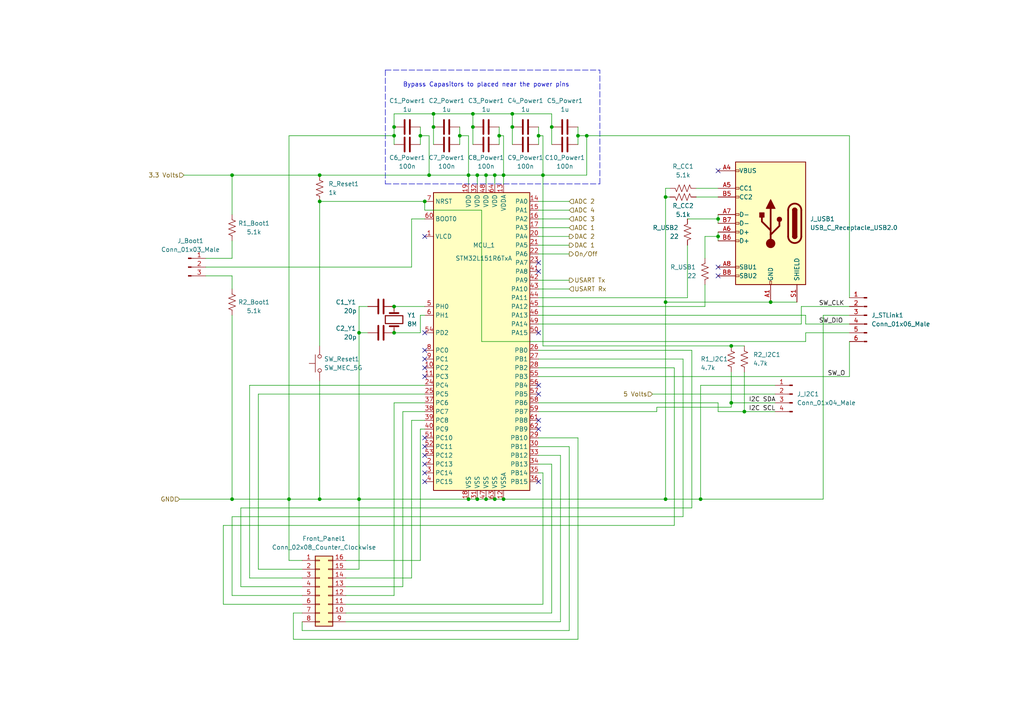
<source format=kicad_sch>
(kicad_sch (version 20211123) (generator eeschema)
  (paper "A4")
  (title_block (title "Primary Microcontroller") (date "2022-11-16") (rev "2") (company "George Mason University") (comment 2 "includes the display, LEDs, keypad, rotary encoder, and USB.") (comment 3 "voltage of channel 1, it also controls the I/O for the system. This") (comment 4 "This is the primary microcontroller, not only does this control the"))
  (lib_symbols
    (symbol "Connector:Conn_01x03_Male" (pin_names (offset 1.016) hide)
      (property "Reference" "J" (at 0 5.08 0))
      (property "Value" "Conn_01x03_Male" (at 0 -5.08 0))
      (symbol "Conn_01x03_Male_1_1"
        (polyline (pts (xy 1.27 -2.54) (xy 0.8636 -2.54)) (stroke (width 0.1524)))
        (polyline (pts (xy 1.27 0) (xy 0.8636 0)) (stroke (width 0.1524)))
        (polyline (pts (xy 1.27 2.54) (xy 0.8636 2.54)) (stroke (width 0.1524)))
        (rectangle (start 0.8636 -2.413) (end 0 -2.667) (stroke (width 0.1524)) (fill (type outline)))
        (rectangle (start 0.8636 0.127) (end 0 -0.127) (stroke (width 0.1524)) (fill (type outline)))
        (rectangle (start 0.8636 2.667) (end 0 2.413) (stroke (width 0.1524)) (fill (type outline)))
        (pin passive line (at 5.08 2.54 180) (length 3.81) (name "Pin_1") (number "1"))
        (pin passive line (at 5.08 0 180) (length 3.81) (name "Pin_2") (number "2"))
        (pin passive line (at 5.08 -2.54 180) (length 3.81) (name "Pin_3") (number "3"))
      )
    )
    (symbol "Connector:Conn_01x04_Male" (pin_names (offset 1.016) hide)
      (property "Reference" "J" (at 0 5.08 0))
      (property "Value" "Conn_01x04_Male" (at 0 -7.62 0))
      (symbol "Conn_01x04_Male_1_1"
        (polyline (pts (xy 1.27 -5.08) (xy 0.8636 -5.08)) (stroke (width 0.1524)))
        (polyline (pts (xy 1.27 -2.54) (xy 0.8636 -2.54)) (stroke (width 0.1524)))
        (polyline (pts (xy 1.27 0) (xy 0.8636 0)) (stroke (width 0.1524)))
        (polyline (pts (xy 1.27 2.54) (xy 0.8636 2.54)) (stroke (width 0.1524)))
        (rectangle (start 0.8636 -4.953) (end 0 -5.207) (stroke (width 0.1524)) (fill (type outline)))
        (rectangle (start 0.8636 -2.413) (end 0 -2.667) (stroke (width 0.1524)) (fill (type outline)))
        (rectangle (start 0.8636 0.127) (end 0 -0.127) (stroke (width 0.1524)) (fill (type outline)))
        (rectangle (start 0.8636 2.667) (end 0 2.413) (stroke (width 0.1524)) (fill (type outline)))
        (pin passive line (at 5.08 2.54 180) (length 3.81) (name "Pin_1") (number "1"))
        (pin passive line (at 5.08 0 180) (length 3.81) (name "Pin_2") (number "2"))
        (pin passive line (at 5.08 -2.54 180) (length 3.81) (name "Pin_3") (number "3"))
        (pin passive line (at 5.08 -5.08 180) (length 3.81) (name "Pin_4") (number "4"))
      )
    )
    (symbol "Connector:Conn_01x06_Male" (pin_names (offset 1.016) hide)
      (property "Reference" "J" (at 0 7.62 0))
      (property "Value" "Conn_01x06_Male" (at 0 -10.16 0))
      (symbol "Conn_01x06_Male_1_1"
        (polyline (pts (xy 1.27 -7.62) (xy 0.8636 -7.62)) (stroke (width 0.1524)))
        (polyline (pts (xy 1.27 -5.08) (xy 0.8636 -5.08)) (stroke (width 0.1524)))
        (polyline (pts (xy 1.27 -2.54) (xy 0.8636 -2.54)) (stroke (width 0.1524)))
        (polyline (pts (xy 1.27 0) (xy 0.8636 0)) (stroke (width 0.1524)))
        (polyline (pts (xy 1.27 2.54) (xy 0.8636 2.54)) (stroke (width 0.1524)))
        (polyline (pts (xy 1.27 5.08) (xy 0.8636 5.08)) (stroke (width 0.1524)))
        (rectangle (start 0.8636 -7.493) (end 0 -7.747) (stroke (width 0.1524)) (fill (type outline)))
        (rectangle (start 0.8636 -4.953) (end 0 -5.207) (stroke (width 0.1524)) (fill (type outline)))
        (rectangle (start 0.8636 -2.413) (end 0 -2.667) (stroke (width 0.1524)) (fill (type outline)))
        (rectangle (start 0.8636 0.127) (end 0 -0.127) (stroke (width 0.1524)) (fill (type outline)))
        (rectangle (start 0.8636 2.667) (end 0 2.413) (stroke (width 0.1524)) (fill (type outline)))
        (rectangle (start 0.8636 5.207) (end 0 4.953) (stroke (width 0.1524)) (fill (type outline)))
        (pin passive line (at 5.08 5.08 180) (length 3.81) (name "Pin_1") (number "1"))
        (pin passive line (at 5.08 2.54 180) (length 3.81) (name "Pin_2") (number "2"))
        (pin passive line (at 5.08 0 180) (length 3.81) (name "Pin_3") (number "3"))
        (pin passive line (at 5.08 -2.54 180) (length 3.81) (name "Pin_4") (number "4"))
        (pin passive line (at 5.08 -5.08 180) (length 3.81) (name "Pin_5") (number "5"))
        (pin passive line (at 5.08 -7.62 180) (length 3.81) (name "Pin_6") (number "6"))
      )
    )
    (symbol "Connector:USB_C_Receptacle_USB2.0" (pin_names (offset 1.016))
      (property "Reference" "J" (at -10.16 19.05 0))
      (property "Value" "USB_C_Receptacle_USB2.0" (at 19.05 19.05 0))
      (symbol "USB_C_Receptacle_USB2.0_0_0"
        (rectangle (start -0.254 -17.78) (end 0.254 -16.764))
        (rectangle (start 10.16 -14.986) (end 9.144 -15.494))
        (rectangle (start 10.16 -12.446) (end 9.144 -12.954))
        (rectangle (start 10.16 -4.826) (end 9.144 -5.334))
        (rectangle (start 10.16 -2.286) (end 9.144 -2.794))
        (rectangle (start 10.16 0.254) (end 9.144 -0.254))
        (rectangle (start 10.16 2.794) (end 9.144 2.286))
        (rectangle (start 10.16 7.874) (end 9.144 7.366))
        (rectangle (start 10.16 10.414) (end 9.144 9.906))
        (rectangle (start 10.16 15.494) (end 9.144 14.986))
      )
      (symbol "USB_C_Receptacle_USB2.0_0_1"
        (rectangle (start -10.16 17.78) (end 10.16 -17.78) (stroke (width 0.254)) (fill (type background)))
        (arc (start -8.89 -3.81) (mid -6.985 -5.715) (end -5.08 -3.81) (stroke (width 0.508)))
        (arc (start -7.62 -3.81) (mid -6.985 -4.445) (end -6.35 -3.81) (stroke (width 0.254)))
        (arc (start -7.62 -3.81) (mid -6.985 -4.445) (end -6.35 -3.81) (stroke (width 0.254)) (fill (type outline)))
        (rectangle (start -7.62 -3.81) (end -6.35 3.81) (stroke (width 0.254)) (fill (type outline)))
        (arc (start -6.35 3.81) (mid -6.985 4.445) (end -7.62 3.81) (stroke (width 0.254)))
        (arc (start -6.35 3.81) (mid -6.985 4.445) (end -7.62 3.81) (stroke (width 0.254)) (fill (type outline)))
        (arc (start -5.08 3.81) (mid -6.985 5.715) (end -8.89 3.81) (stroke (width 0.508)))
        (circle (center -2.54 1.143) (radius 0.635) (stroke (width 0.254)) (fill (type outline)))
        (circle (center 0 -5.842) (radius 1.27) (fill (type outline)))
        (polyline (pts (xy -8.89 -3.81) (xy -8.89 3.81)) (stroke (width 0.508)))
        (polyline (pts (xy -5.08 3.81) (xy -5.08 -3.81)) (stroke (width 0.508)))
        (polyline (pts (xy 0 -5.842) (xy 0 4.318)) (stroke (width 0.508)))
        (polyline (pts (xy 0 -3.302) (xy -2.54 -0.762) (xy -2.54 0.508)) (stroke (width 0.508)))
        (polyline (pts (xy 0 -2.032) (xy 2.54 0.508) (xy 2.54 1.778)) (stroke (width 0.508)))
        (polyline (pts (xy -1.27 4.318) (xy 0 6.858) (xy 1.27 4.318) (xy -1.27 4.318)) (stroke (width 0.254)) (fill (type outline)))
        (rectangle (start 1.905 1.778) (end 3.175 3.048) (stroke (width 0.254)) (fill (type outline)))
      )
      (symbol "USB_C_Receptacle_USB2.0_1_1"
        (pin passive line (at 0 -22.86 90) (length 5.08) (name "GND") (number "A1"))
        (pin passive line (at 0 -22.86 90) (length 5.08) hide (name "GND") (number "A12"))
        (pin passive line (at 15.24 15.24 180) (length 5.08) (name "VBUS") (number "A4"))
        (pin bidirectional line (at 15.24 10.16 180) (length 5.08) (name "CC1") (number "A5"))
        (pin bidirectional line (at 15.24 -2.54 180) (length 5.08) (name "D+") (number "A6"))
        (pin bidirectional line (at 15.24 2.54 180) (length 5.08) (name "D-") (number "A7"))
        (pin bidirectional line (at 15.24 -12.7 180) (length 5.08) (name "SBU1") (number "A8"))
        (pin passive line (at 15.24 15.24 180) (length 5.08) hide (name "VBUS") (number "A9"))
        (pin passive line (at 0 -22.86 90) (length 5.08) hide (name "GND") (number "B1"))
        (pin passive line (at 0 -22.86 90) (length 5.08) hide (name "GND") (number "B12"))
        (pin passive line (at 15.24 15.24 180) (length 5.08) hide (name "VBUS") (number "B4"))
        (pin bidirectional line (at 15.24 7.62 180) (length 5.08) (name "CC2") (number "B5"))
        (pin bidirectional line (at 15.24 -5.08 180) (length 5.08) (name "D+") (number "B6"))
        (pin bidirectional line (at 15.24 0 180) (length 5.08) (name "D-") (number "B7"))
        (pin bidirectional line (at 15.24 -15.24 180) (length 5.08) (name "SBU2") (number "B8"))
        (pin passive line (at 15.24 15.24 180) (length 5.08) hide (name "VBUS") (number "B9"))
        (pin passive line (at -7.62 -22.86 90) (length 5.08) (name "SHIELD") (number "S1"))
      )
    )
    (symbol "Connector_Generic:Conn_02x08_Counter_Clockwise" (pin_names (offset 1.016) hide)
      (property "Reference" "J" (at 1.27 10.16 0))
      (property "Value" "Conn_02x08_Counter_Clockwise" (at 1.27 -12.7 0))
      (symbol "Conn_02x08_Counter_Clockwise_1_1"
        (rectangle (start -1.27 -10.033) (end 0 -10.287) (stroke (width 0.1524)))
        (rectangle (start -1.27 -7.493) (end 0 -7.747) (stroke (width 0.1524)))
        (rectangle (start -1.27 -4.953) (end 0 -5.207) (stroke (width 0.1524)))
        (rectangle (start -1.27 -2.413) (end 0 -2.667) (stroke (width 0.1524)))
        (rectangle (start -1.27 0.127) (end 0 -0.127) (stroke (width 0.1524)))
        (rectangle (start -1.27 2.667) (end 0 2.413) (stroke (width 0.1524)))
        (rectangle (start -1.27 5.207) (end 0 4.953) (stroke (width 0.1524)))
        (rectangle (start -1.27 7.747) (end 0 7.493) (stroke (width 0.1524)))
        (rectangle (start -1.27 8.89) (end 3.81 -11.43) (stroke (width 0.254)) (fill (type background)))
        (rectangle (start 3.81 -10.033) (end 2.54 -10.287) (stroke (width 0.1524)))
        (rectangle (start 3.81 -7.493) (end 2.54 -7.747) (stroke (width 0.1524)))
        (rectangle (start 3.81 -4.953) (end 2.54 -5.207) (stroke (width 0.1524)))
        (rectangle (start 3.81 -2.413) (end 2.54 -2.667) (stroke (width 0.1524)))
        (rectangle (start 3.81 0.127) (end 2.54 -0.127) (stroke (width 0.1524)))
        (rectangle (start 3.81 2.667) (end 2.54 2.413) (stroke (width 0.1524)))
        (rectangle (start 3.81 5.207) (end 2.54 4.953) (stroke (width 0.1524)))
        (rectangle (start 3.81 7.747) (end 2.54 7.493) (stroke (width 0.1524)))
        (pin passive line (at -5.08 7.62 0) (length 3.81) (name "Pin_1") (number "1"))
        (pin passive line (at 7.62 -7.62 180) (length 3.81) (name "Pin_10") (number "10"))
        (pin passive line (at 7.62 -5.08 180) (length 3.81) (name "Pin_11") (number "11"))
        (pin passive line (at 7.62 -2.54 180) (length 3.81) (name "Pin_12") (number "12"))
        (pin passive line (at 7.62 0 180) (length 3.81) (name "Pin_13") (number "13"))
        (pin passive line (at 7.62 2.54 180) (length 3.81) (name "Pin_14") (number "14"))
        (pin passive line (at 7.62 5.08 180) (length 3.81) (name "Pin_15") (number "15"))
        (pin passive line (at 7.62 7.62 180) (length 3.81) (name "Pin_16") (number "16"))
        (pin passive line (at -5.08 5.08 0) (length 3.81) (name "Pin_2") (number "2"))
        (pin passive line (at -5.08 2.54 0) (length 3.81) (name "Pin_3") (number "3"))
        (pin passive line (at -5.08 0 0) (length 3.81) (name "Pin_4") (number "4"))
        (pin passive line (at -5.08 -2.54 0) (length 3.81) (name "Pin_5") (number "5"))
        (pin passive line (at -5.08 -5.08 0) (length 3.81) (name "Pin_6") (number "6"))
        (pin passive line (at -5.08 -7.62 0) (length 3.81) (name "Pin_7") (number "7"))
        (pin passive line (at -5.08 -10.16 0) (length 3.81) (name "Pin_8") (number "8"))
        (pin passive line (at 7.62 -10.16 180) (length 3.81) (name "Pin_9") (number "9"))
      )
    )
    (symbol "Device:C" (pin_numbers hide) (pin_names (offset 0.254))
      (property "Reference" "C" (at 0.635 2.54 0))
      (property "Value" "C" (at 0.635 -2.54 0))
      (symbol "C_0_1"
        (polyline (pts (xy -2.032 -0.762) (xy 2.032 -0.762)) (stroke (width 0.508)))
        (polyline (pts (xy -2.032 0.762) (xy 2.032 0.762)) (stroke (width 0.508)))
      )
      (symbol "C_1_1"
        (pin passive line (at 0 3.81 270) (length 2.794) (name "~") (number "1"))
        (pin passive line (at 0 -3.81 90) (length 2.794) (name "~") (number "2"))
      )
    )
    (symbol "Device:Crystal" (pin_numbers hide) (pin_names (offset 1.016) hide)
      (property "Reference" "Y" (at 0 3.81 0))
      (property "Value" "Crystal" (at 0 -3.81 0))
      (symbol "Crystal_0_1"
        (rectangle (start -1.143 2.54) (end 1.143 -2.54) (stroke (width 0.3048)))
        (polyline (pts (xy -2.54 0) (xy -1.905 0)))
        (polyline (pts (xy -1.905 -1.27) (xy -1.905 1.27)) (stroke (width 0.508)))
        (polyline (pts (xy 1.905 -1.27) (xy 1.905 1.27)) (stroke (width 0.508)))
        (polyline (pts (xy 2.54 0) (xy 1.905 0)))
      )
      (symbol "Crystal_1_1"
        (pin passive line (at -3.81 0 0) (length 1.27) (name "1") (number "1"))
        (pin passive line (at 3.81 0 180) (length 1.27) (name "2") (number "2"))
      )
    )
    (symbol "Device:R_US" (pin_numbers hide) (pin_names (offset 0))
      (property "Reference" "R" (at 2.54 0 90))
      (property "Value" "R_US" (at -2.54 0 90))
      (symbol "R_US_0_1"
        (polyline (pts (xy 0 -2.286) (xy 0 -2.54)))
        (polyline (pts (xy 0 2.286) (xy 0 2.54)))
        (polyline (pts (xy 0 -0.762) (xy 1.016 -1.143) (xy 0 -1.524) (xy -1.016 -1.905) (xy 0 -2.286)))
        (polyline (pts (xy 0 0.762) (xy 1.016 0.381) (xy 0 0) (xy -1.016 -0.381) (xy 0 -0.762)))
        (polyline (pts (xy 0 2.286) (xy 1.016 1.905) (xy 0 1.524) (xy -1.016 1.143) (xy 0 0.762)))
      )
      (symbol "R_US_1_1"
        (pin passive line (at 0 3.81 270) (length 1.27) (name "~") (number "1"))
        (pin passive line (at 0 -3.81 90) (length 1.27) (name "~") (number "2"))
      )
    )
    (symbol "MCU_ST_STM32L1:STM32L151R6TxA"
      (property "Reference" "U" (at -15.24 44.45 0))
      (property "Value" "STM32L151R6TxA" (at 7.62 44.45 0))
      (symbol "STM32L151R6TxA_0_1"
        (rectangle (start -15.24 -43.18) (end 12.7 43.18) (stroke (width 0.254)) (fill (type background)))
      )
      (symbol "STM32L151R6TxA_1_1"
        (pin power_in line (at -17.78 30.48 0) (length 2.54) (name "VLCD") (number "1"))
        (pin bidirectional line (at -17.78 -7.62 0) (length 2.54) (name "PC2") (number "10"))
        (pin bidirectional line (at -17.78 -10.16 0) (length 2.54) (name "PC3") (number "11"))
        (pin power_in line (at 5.08 -45.72 90) (length 2.54) (name "VSSA") (number "12"))
        (pin power_in line (at 5.08 45.72 270) (length 2.54) (name "VDDA") (number "13"))
        (pin bidirectional line (at 15.24 40.64 180) (length 2.54) (name "PA0") (number "14"))
        (pin bidirectional line (at 15.24 38.1 180) (length 2.54) (name "PA1") (number "15"))
        (pin bidirectional line (at 15.24 35.56 180) (length 2.54) (name "PA2") (number "16"))
        (pin bidirectional line (at 15.24 33.02 180) (length 2.54) (name "PA3") (number "17"))
        (pin power_in line (at -5.08 -45.72 90) (length 2.54) (name "VSS") (number "18"))
        (pin power_in line (at -5.08 45.72 270) (length 2.54) (name "VDD") (number "19"))
        (pin bidirectional line (at -17.78 -35.56 0) (length 2.54) (name "PC13") (number "2"))
        (pin bidirectional line (at 15.24 30.48 180) (length 2.54) (name "PA4") (number "20"))
        (pin bidirectional line (at 15.24 27.94 180) (length 2.54) (name "PA5") (number "21"))
        (pin bidirectional line (at 15.24 25.4 180) (length 2.54) (name "PA6") (number "22"))
        (pin bidirectional line (at 15.24 22.86 180) (length 2.54) (name "PA7") (number "23"))
        (pin bidirectional line (at -17.78 -12.7 0) (length 2.54) (name "PC4") (number "24"))
        (pin bidirectional line (at -17.78 -15.24 0) (length 2.54) (name "PC5") (number "25"))
        (pin bidirectional line (at 15.24 -2.54 180) (length 2.54) (name "PB0") (number "26"))
        (pin bidirectional line (at 15.24 -5.08 180) (length 2.54) (name "PB1") (number "27"))
        (pin bidirectional line (at 15.24 -7.62 180) (length 2.54) (name "PB2") (number "28"))
        (pin bidirectional line (at 15.24 -27.94 180) (length 2.54) (name "PB10") (number "29"))
        (pin bidirectional line (at -17.78 -38.1 0) (length 2.54) (name "PC14") (number "3"))
        (pin bidirectional line (at 15.24 -30.48 180) (length 2.54) (name "PB11") (number "30"))
        (pin power_in line (at -2.54 -45.72 90) (length 2.54) (name "VSS") (number "31"))
        (pin power_in line (at -2.54 45.72 270) (length 2.54) (name "VDD") (number "32"))
        (pin bidirectional line (at 15.24 -33.02 180) (length 2.54) (name "PB12") (number "33"))
        (pin bidirectional line (at 15.24 -35.56 180) (length 2.54) (name "PB13") (number "34"))
        (pin bidirectional line (at 15.24 -38.1 180) (length 2.54) (name "PB14") (number "35"))
        (pin bidirectional line (at 15.24 -40.64 180) (length 2.54) (name "PB15") (number "36"))
        (pin bidirectional line (at -17.78 -17.78 0) (length 2.54) (name "PC6") (number "37"))
        (pin bidirectional line (at -17.78 -20.32 0) (length 2.54) (name "PC7") (number "38"))
        (pin bidirectional line (at -17.78 -22.86 0) (length 2.54) (name "PC8") (number "39"))
        (pin bidirectional line (at -17.78 -40.64 0) (length 2.54) (name "PC15") (number "4"))
        (pin bidirectional line (at -17.78 -25.4 0) (length 2.54) (name "PC9") (number "40"))
        (pin bidirectional line (at 15.24 20.32 180) (length 2.54) (name "PA8") (number "41"))
        (pin bidirectional line (at 15.24 17.78 180) (length 2.54) (name "PA9") (number "42"))
        (pin bidirectional line (at 15.24 15.24 180) (length 2.54) (name "PA10") (number "43"))
        (pin bidirectional line (at 15.24 12.7 180) (length 2.54) (name "PA11") (number "44"))
        (pin bidirectional line (at 15.24 10.16 180) (length 2.54) (name "PA12") (number "45"))
        (pin bidirectional line (at 15.24 7.62 180) (length 2.54) (name "PA13") (number "46"))
        (pin power_in line (at 0 -45.72 90) (length 2.54) (name "VSS") (number "47"))
        (pin power_in line (at 0 45.72 270) (length 2.54) (name "VDD") (number "48"))
        (pin bidirectional line (at 15.24 5.08 180) (length 2.54) (name "PA14") (number "49"))
        (pin input line (at -17.78 10.16 0) (length 2.54) (name "PH0") (number "5"))
        (pin bidirectional line (at 15.24 2.54 180) (length 2.54) (name "PA15") (number "50"))
        (pin bidirectional line (at -17.78 -27.94 0) (length 2.54) (name "PC10") (number "51"))
        (pin bidirectional line (at -17.78 -30.48 0) (length 2.54) (name "PC11") (number "52"))
        (pin bidirectional line (at -17.78 -33.02 0) (length 2.54) (name "PC12") (number "53"))
        (pin bidirectional line (at -17.78 2.54 0) (length 2.54) (name "PD2") (number "54"))
        (pin bidirectional line (at 15.24 -10.16 180) (length 2.54) (name "PB3") (number "55"))
        (pin bidirectional line (at 15.24 -12.7 180) (length 2.54) (name "PB4") (number "56"))
        (pin bidirectional line (at 15.24 -15.24 180) (length 2.54) (name "PB5") (number "57"))
        (pin bidirectional line (at 15.24 -17.78 180) (length 2.54) (name "PB6") (number "58"))
        (pin bidirectional line (at 15.24 -20.32 180) (length 2.54) (name "PB7") (number "59"))
        (pin input line (at -17.78 7.62 0) (length 2.54) (name "PH1") (number "6"))
        (pin input line (at -17.78 35.56 0) (length 2.54) (name "BOOT0") (number "60"))
        (pin bidirectional line (at 15.24 -22.86 180) (length 2.54) (name "PB8") (number "61"))
        (pin bidirectional line (at 15.24 -25.4 180) (length 2.54) (name "PB9") (number "62"))
        (pin power_in line (at 2.54 -45.72 90) (length 2.54) (name "VSS") (number "63"))
        (pin power_in line (at 2.54 45.72 270) (length 2.54) (name "VDD") (number "64"))
        (pin input line (at -17.78 40.64 0) (length 2.54) (name "NRST") (number "7"))
        (pin bidirectional line (at -17.78 -2.54 0) (length 2.54) (name "PC0") (number "8"))
        (pin bidirectional line (at -17.78 -5.08 0) (length 2.54) (name "PC1") (number "9"))
      )
    )
    (symbol "Switch:SW_Push" (pin_numbers hide) (pin_names (offset 1.016) hide)
      (property "Reference" "SW" (at 1.27 2.54 0))
      (property "Value" "SW_Push" (at 0 -1.524 0))
      (symbol "SW_Push_0_1"
        (circle (center -2.032 0) (radius 0.508))
        (polyline (pts (xy 0 1.27) (xy 0 3.048)))
        (polyline (pts (xy 2.54 1.27) (xy -2.54 1.27)))
        (circle (center 2.032 0) (radius 0.508))
        (pin passive line (at -5.08 0 0) (length 2.54) (name "1") (number "1"))
        (pin passive line (at 5.08 0 180) (length 2.54) (name "2") (number "2"))
      )
    )
  )
  (junction (at 104.14 96.52))
  (junction (at 212.09 116.84))
  (junction (at 156.21 39.37))
  (junction (at 193.04 57.15))
  (junction (at 138.43 50.8))
  (junction (at 125.73 33.02))
  (junction (at 170.18 39.37))
  (junction (at 104.14 144.78))
  (junction (at 135.89 144.78))
  (junction (at 146.05 50.8))
  (junction (at 157.48 50.8))
  (junction (at 215.9 119.38))
  (junction (at 140.97 50.8))
  (junction (at 140.97 144.78))
  (junction (at 193.04 144.78))
  (junction (at 133.35 39.37))
  (junction (at 114.3 36.83))
  (junction (at 167.64 39.37))
  (junction (at 135.89 50.8))
  (junction (at 223.52 87.63))
  (junction (at 92.71 144.78))
  (junction (at 114.3 39.37))
  (junction (at 67.31 144.78))
  (junction (at 143.51 144.78))
  (junction (at 148.59 36.83))
  (junction (at 67.31 50.8))
  (junction (at 114.3 96.52))
  (junction (at 125.73 36.83))
  (junction (at 146.05 144.78))
  (junction (at 137.16 33.02))
  (junction (at 148.59 33.02))
  (junction (at 121.92 39.37))
  (junction (at 143.51 50.8))
  (junction (at 114.3 88.9))
  (junction (at 92.71 50.8))
  (junction (at 123.19 58.42))
  (junction (at 203.2 144.78))
  (junction (at 160.02 36.83))
  (junction (at 92.71 58.42))
  (junction (at 208.28 63.5))
  (junction (at 124.46 50.8))
  (junction (at 193.04 87.63))
  (junction (at 83.82 144.78))
  (junction (at 138.43 144.78))
  (junction (at 144.78 39.37))
  (junction (at 212.09 100.33))
  (junction (at 208.28 68.58))
  (junction (at 137.16 36.83))
  (no_connect (at 208.28 80.01))
  (no_connect (at 208.28 77.47))
  (no_connect (at 208.28 49.53))
  (no_connect (at 156.21 124.46))
  (no_connect (at 156.21 114.3))
  (no_connect (at 156.21 121.92))
  (no_connect (at 123.19 96.52))
  (no_connect (at 123.19 127))
  (no_connect (at 123.19 139.7))
  (no_connect (at 123.19 137.16))
  (no_connect (at 123.19 134.62))
  (no_connect (at 123.19 132.08))
  (no_connect (at 123.19 129.54))
  (no_connect (at 123.19 109.22))
  (no_connect (at 123.19 106.68))
  (no_connect (at 123.19 104.14))
  (no_connect (at 123.19 101.6))
  (no_connect (at 156.21 76.2))
  (no_connect (at 156.21 78.74))
  (no_connect (at 156.21 139.7))
  (no_connect (at 156.21 96.52))
  (no_connect (at 123.19 68.58))
  (no_connect (at 156.21 111.76))
  (wire (pts (xy 139.7 99.06) (xy 139.7 60.96)))
  (wire (pts (xy 87.63 165.1) (xy 74.93 165.1)))
  (wire (pts (xy 123.19 111.76) (xy 72.39 111.76)))
  (wire (pts (xy 85.09 177.8) (xy 87.63 177.8)))
  (wire (pts (xy 167.64 39.37) (xy 167.64 41.91)))
  (wire (pts (xy 133.35 39.37) (xy 133.35 41.91)))
  (wire (pts (xy 157.48 50.8) (xy 157.48 100.33)))
  (wire (pts (xy 208.28 54.61) (xy 201.93 54.61)))
  (wire (pts (xy 157.48 175.26) (xy 100.33 175.26)))
  (wire (pts (xy 67.31 149.86) (xy 198.12 149.86)))
  (wire (pts (xy 87.63 182.88) (xy 87.63 180.34)))
  (wire (pts (xy 119.38 167.64) (xy 100.33 167.64)))
  (wire (pts (xy 165.1 182.88) (xy 87.63 182.88)))
  (wire (pts (xy 125.73 33.02) (xy 125.73 36.83)))
  (wire (pts (xy 190.5 119.38) (xy 190.5 118.11)))
  (wire (pts (xy 72.39 111.76) (xy 72.39 167.64)))
  (wire (pts (xy 104.14 96.52) (xy 104.14 144.78)))
  (wire (pts (xy 156.21 88.9) (xy 204.47 88.9)))
  (wire (pts (xy 119.38 121.92) (xy 119.38 167.64)))
  (wire (pts (xy 144.78 39.37) (xy 146.05 39.37)))
  (wire (pts (xy 156.21 127) (xy 167.64 127)))
  (wire (pts (xy 167.64 127) (xy 167.64 185.42)))
  (wire (pts (xy 156.21 73.66) (xy 165.1 73.66)))
  (wire (pts (xy 212.09 118.11) (xy 212.09 116.84)))
  (wire (pts (xy 156.21 137.16) (xy 157.48 137.16)))
  (wire (pts (xy 193.04 57.15) (xy 193.04 87.63)))
  (wire (pts (xy 233.68 93.98) (xy 246.38 93.98)))
  (wire (pts (xy 74.93 165.1) (xy 74.93 114.3)))
  (wire (pts (xy 208.28 119.38) (xy 215.9 119.38)))
  (wire (pts (xy 199.39 71.12) (xy 199.39 86.36)))
  (wire (pts (xy 193.04 54.61) (xy 194.31 54.61)))
  (wire (pts (xy 114.3 116.84) (xy 123.19 116.84)))
  (wire (pts (xy 143.51 50.8) (xy 146.05 50.8)))
  (wire (pts (xy 116.84 170.18) (xy 100.33 170.18)))
  (wire (pts (xy 114.3 88.9) (xy 123.19 88.9)))
  (wire (pts (xy 121.92 91.44) (xy 123.19 91.44)))
  (wire (pts (xy 74.93 114.3) (xy 123.19 114.3)))
  (wire (pts (xy 156.21 83.82) (xy 165.1 83.82)))
  (wire (pts (xy 193.04 87.63) (xy 193.04 144.78)))
  (wire (pts (xy 162.56 180.34) (xy 100.33 180.34)))
  (wire (pts (xy 233.68 99.06) (xy 233.68 96.52)))
  (wire (pts (xy 69.85 170.18) (xy 87.63 170.18)))
  (wire (pts (xy 104.14 96.52) (xy 106.68 96.52)))
  (wire (pts (xy 193.04 144.78) (xy 203.2 144.78)))
  (wire (pts (xy 208.28 62.23) (xy 208.28 63.5)))
  (wire (pts (xy 135.89 50.8) (xy 135.89 53.34)))
  (wire (pts (xy 144.78 39.37) (xy 144.78 41.91)))
  (wire (pts (xy 162.56 132.08) (xy 162.56 180.34)))
  (wire (pts (xy 104.14 165.1) (xy 104.14 144.78)))
  (wire (pts (xy 160.02 134.62) (xy 160.02 177.8)))
  (wire (pts (xy 156.21 66.04) (xy 165.1 66.04)))
  (wire (pts (xy 83.82 39.37) (xy 114.3 39.37)))
  (wire (pts (xy 114.3 36.83) (xy 114.3 39.37)))
  (wire (pts (xy 233.68 96.52) (xy 246.38 96.52)))
  (wire (pts (xy 104.14 88.9) (xy 106.68 88.9)))
  (wire (pts (xy 138.43 50.8) (xy 140.97 50.8)))
  (wire (pts (xy 156.21 119.38) (xy 190.5 119.38)))
  (wire (pts (xy 59.69 80.01) (xy 67.31 80.01)))
  (wire (pts (xy 53.34 50.8) (xy 67.31 50.8)))
  (wire (pts (xy 160.02 36.83) (xy 160.02 41.91)))
  (wire (pts (xy 123.19 63.5) (xy 119.38 63.5)))
  (wire (pts (xy 208.28 67.31) (xy 208.28 68.58)))
  (wire (pts (xy 156.21 86.36) (xy 199.39 86.36)))
  (wire (pts (xy 121.92 96.52) (xy 121.92 91.44)))
  (wire (pts (xy 157.48 137.16) (xy 157.48 175.26)))
  (wire (pts (xy 156.21 71.12) (xy 165.1 71.12)))
  (wire (pts (xy 135.89 39.37) (xy 135.89 50.8)))
  (wire (pts (xy 156.21 116.84) (xy 208.28 116.84)))
  (wire (pts (xy 92.71 58.42) (xy 123.19 58.42)))
  (wire (pts (xy 135.89 144.78) (xy 138.43 144.78)))
  (wire (pts (xy 114.3 39.37) (xy 114.3 41.91)))
  (wire (pts (xy 212.09 100.33) (xy 215.9 100.33)))
  (wire (pts (xy 140.97 144.78) (xy 143.51 144.78)))
  (wire (pts (xy 246.38 91.44) (xy 238.76 91.44)))
  (wire (pts (xy 123.19 60.96) (xy 123.19 58.42)))
  (wire (pts (xy 165.1 129.54) (xy 165.1 182.88)))
  (wire (pts (xy 146.05 144.78) (xy 193.04 144.78)))
  (wire (pts (xy 125.73 36.83) (xy 125.73 41.91)))
  (wire (pts (xy 148.59 33.02) (xy 148.59 36.83)))
  (wire (pts (xy 156.21 68.58) (xy 165.1 68.58)))
  (wire (pts (xy 83.82 144.78) (xy 83.82 39.37)))
  (wire (pts (xy 160.02 33.02) (xy 160.02 36.83)))
  (wire (pts (xy 148.59 36.83) (xy 148.59 41.91)))
  (wire (pts (xy 198.12 104.14) (xy 198.12 149.86)))
  (wire (pts (xy 190.5 118.11) (xy 212.09 118.11)))
  (wire (pts (xy 156.21 39.37) (xy 156.21 41.91)))
  (wire (pts (xy 143.51 144.78) (xy 146.05 144.78)))
  (wire (pts (xy 246.38 109.22) (xy 246.38 99.06)))
  (wire (pts (xy 246.38 39.37) (xy 246.38 86.36)))
  (wire (pts (xy 87.63 162.56) (xy 83.82 162.56)))
  (wire (pts (xy 119.38 63.5) (xy 119.38 77.47)))
  (wire (pts (xy 114.3 96.52) (xy 121.92 96.52)))
  (wire (pts (xy 104.14 88.9) (xy 104.14 96.52)))
  (wire (pts (xy 238.76 91.44) (xy 238.76 144.78)))
  (wire (pts (xy 156.21 39.37) (xy 157.48 39.37)))
  (wire (pts (xy 193.04 87.63) (xy 223.52 87.63)))
  (wire (pts (xy 143.51 50.8) (xy 140.97 50.8)))
  (wire (pts (xy 100.33 165.1) (xy 104.14 165.1)))
  (wire (pts (xy 140.97 50.8) (xy 140.97 53.34)))
  (wire (pts (xy 139.7 99.06) (xy 233.68 99.06)))
  (wire (pts (xy 137.16 33.02) (xy 137.16 36.83)))
  (polyline (pts (xy 173.99 53.34) (xy 173.99 20.32)))
  (wire (pts (xy 52.07 144.78) (xy 67.31 144.78)))
  (wire (pts (xy 116.84 119.38) (xy 116.84 170.18)))
  (wire (pts (xy 232.41 88.9) (xy 246.38 88.9)))
  (wire (pts (xy 212.09 116.84) (xy 224.79 116.84)))
  (wire (pts (xy 215.9 107.95) (xy 215.9 119.38)))
  (wire (pts (xy 156.21 129.54) (xy 165.1 129.54)))
  (wire (pts (xy 156.21 58.42) (xy 165.1 58.42)))
  (wire (pts (xy 208.28 57.15) (xy 201.93 57.15)))
  (wire (pts (xy 119.38 77.47) (xy 59.69 77.47)))
  (wire (pts (xy 83.82 144.78) (xy 92.71 144.78)))
  (wire (pts (xy 67.31 172.72) (xy 87.63 172.72)))
  (wire (pts (xy 83.82 162.56) (xy 83.82 144.78)))
  (wire (pts (xy 204.47 82.55) (xy 204.47 88.9)))
  (wire (pts (xy 119.38 121.92) (xy 123.19 121.92)))
  (wire (pts (xy 123.19 119.38) (xy 116.84 119.38)))
  (wire (pts (xy 146.05 50.8) (xy 157.48 50.8)))
  (wire (pts (xy 138.43 50.8) (xy 138.43 53.34)))
  (wire (pts (xy 156.21 93.98) (xy 232.41 93.98)))
  (wire (pts (xy 148.59 33.02) (xy 160.02 33.02)))
  (wire (pts (xy 208.28 116.84) (xy 208.28 119.38)))
  (wire (pts (xy 208.28 63.5) (xy 208.28 64.77)))
  (wire (pts (xy 156.21 101.6) (xy 200.66 101.6)))
  (wire (pts (xy 67.31 50.8) (xy 67.31 62.23)))
  (wire (pts (xy 215.9 119.38) (xy 224.79 119.38)))
  (wire (pts (xy 114.3 172.72) (xy 100.33 172.72)))
  (wire (pts (xy 157.48 50.8) (xy 170.18 50.8)))
  (wire (pts (xy 92.71 50.8) (xy 124.46 50.8)))
  (wire (pts (xy 156.21 60.96) (xy 165.1 60.96)))
  (wire (pts (xy 144.78 36.83) (xy 144.78 39.37)))
  (wire (pts (xy 203.2 111.76) (xy 203.2 144.78)))
  (wire (pts (xy 121.92 39.37) (xy 124.46 39.37)))
  (wire (pts (xy 204.47 68.58) (xy 208.28 68.58)))
  (wire (pts (xy 133.35 36.83) (xy 133.35 39.37)))
  (wire (pts (xy 121.92 39.37) (xy 121.92 41.91)))
  (wire (pts (xy 92.71 100.33) (xy 92.71 58.42)))
  (wire (pts (xy 203.2 144.78) (xy 238.76 144.78)))
  (wire (pts (xy 189.23 114.3) (xy 224.79 114.3)))
  (wire (pts (xy 224.79 111.76) (xy 203.2 111.76)))
  (wire (pts (xy 146.05 39.37) (xy 146.05 50.8)))
  (wire (pts (xy 156.21 132.08) (xy 162.56 132.08)))
  (wire (pts (xy 121.92 124.46) (xy 121.92 162.56)))
  (wire (pts (xy 64.77 152.4) (xy 64.77 175.26)))
  (wire (pts (xy 193.04 54.61) (xy 193.04 57.15)))
  (wire (pts (xy 199.39 63.5) (xy 208.28 63.5)))
  (wire (pts (xy 114.3 36.83) (xy 114.3 33.02)))
  (wire (pts (xy 121.92 36.83) (xy 121.92 39.37)))
  (wire (pts (xy 167.64 185.42) (xy 85.09 185.42)))
  (wire (pts (xy 133.35 39.37) (xy 135.89 39.37)))
  (wire (pts (xy 64.77 152.4) (xy 195.58 152.4)))
  (wire (pts (xy 231.14 87.63) (xy 223.52 87.63)))
  (wire (pts (xy 193.04 57.15) (xy 194.31 57.15)))
  (wire (pts (xy 195.58 106.68) (xy 195.58 152.4)))
  (wire (pts (xy 72.39 167.64) (xy 87.63 167.64)))
  (wire (pts (xy 137.16 33.02) (xy 148.59 33.02)))
  (wire (pts (xy 67.31 144.78) (xy 83.82 144.78)))
  (wire (pts (xy 170.18 39.37) (xy 246.38 39.37)))
  (wire (pts (xy 170.18 50.8) (xy 170.18 39.37)))
  (wire (pts (xy 69.85 147.32) (xy 200.66 147.32)))
  (wire (pts (xy 135.89 50.8) (xy 138.43 50.8)))
  (wire (pts (xy 208.28 68.58) (xy 208.28 69.85)))
  (wire (pts (xy 156.21 81.28) (xy 165.1 81.28)))
  (wire (pts (xy 121.92 162.56) (xy 100.33 162.56)))
  (wire (pts (xy 200.66 147.32) (xy 200.66 101.6)))
  (wire (pts (xy 167.64 36.83) (xy 167.64 39.37)))
  (wire (pts (xy 92.71 144.78) (xy 104.14 144.78)))
  (wire (pts (xy 104.14 144.78) (xy 135.89 144.78)))
  (wire (pts (xy 125.73 33.02) (xy 137.16 33.02)))
  (wire (pts (xy 114.3 33.02) (xy 125.73 33.02)))
  (wire (pts (xy 232.41 93.98) (xy 232.41 88.9)))
  (wire (pts (xy 156.21 36.83) (xy 156.21 39.37)))
  (wire (pts (xy 124.46 39.37) (xy 124.46 50.8)))
  (wire (pts (xy 59.69 74.93) (xy 67.31 74.93)))
  (polyline (pts (xy 111.76 53.34) (xy 173.99 53.34)))
  (wire (pts (xy 67.31 149.86) (xy 67.31 172.72)))
  (wire (pts (xy 157.48 39.37) (xy 157.48 50.8)))
  (wire (pts (xy 137.16 36.83) (xy 137.16 41.91)))
  (polyline (pts (xy 111.76 20.32) (xy 173.99 20.32)))
  (wire (pts (xy 92.71 110.49) (xy 92.71 144.78)))
  (wire (pts (xy 138.43 144.78) (xy 140.97 144.78)))
  (wire (pts (xy 143.51 50.8) (xy 143.51 53.34)))
  (wire (pts (xy 67.31 80.01) (xy 67.31 83.82)))
  (wire (pts (xy 170.18 39.37) (xy 167.64 39.37)))
  (wire (pts (xy 67.31 91.44) (xy 67.31 144.78)))
  (wire (pts (xy 146.05 50.8) (xy 146.05 53.34)))
  (wire (pts (xy 114.3 116.84) (xy 114.3 172.72)))
  (polyline (pts (xy 111.76 20.32) (xy 111.76 53.34)))
  (wire (pts (xy 139.7 60.96) (xy 123.19 60.96)))
  (wire (pts (xy 69.85 147.32) (xy 69.85 170.18)))
  (wire (pts (xy 156.21 104.14) (xy 198.12 104.14)))
  (wire (pts (xy 85.09 185.42) (xy 85.09 177.8)))
  (wire (pts (xy 67.31 50.8) (xy 92.71 50.8)))
  (wire (pts (xy 156.21 109.22) (xy 246.38 109.22)))
  (wire (pts (xy 204.47 68.58) (xy 204.47 74.93)))
  (wire (pts (xy 156.21 91.44) (xy 233.68 91.44)))
  (wire (pts (xy 64.77 175.26) (xy 87.63 175.26)))
  (wire (pts (xy 67.31 69.85) (xy 67.31 74.93)))
  (wire (pts (xy 233.68 91.44) (xy 233.68 93.98)))
  (wire (pts (xy 156.21 106.68) (xy 195.58 106.68)))
  (wire (pts (xy 156.21 134.62) (xy 160.02 134.62)))
  (wire (pts (xy 160.02 177.8) (xy 100.33 177.8)))
  (wire (pts (xy 156.21 63.5) (xy 165.1 63.5)))
  (wire (pts (xy 124.46 50.8) (xy 135.89 50.8)))
  (wire (pts (xy 212.09 107.95) (xy 212.09 116.84)))
  (wire (pts (xy 157.48 100.33) (xy 212.09 100.33)))
  (wire (pts (xy 123.19 124.46) (xy 121.92 124.46)))
  (text "Bypass Capasitors to placed near the power pins" (at 116.84 25.4 0) (effects (font (size 1.27 1.27)) (justify left bottom)))
  (label "SW_CLK" (at 237.49 88.9 0))
  (label "SW_O" (at 240.03 109.22 0))
  (label "I2C SDA" (at 217.17 116.84 0))
  (label "SW_DIO" (at 237.49 93.98 0))
  (label "I2C SCL" (at 217.17 119.38 0))
  (hierarchical_label "ADC 3" (shape input) (at 165.1 63.5 0))
  (hierarchical_label "USART Tx" (shape output) (at 165.1 81.28 0))
  (hierarchical_label "3.3 Volts" (shape input) (at 53.34 50.8 180))
  (hierarchical_label "USART Rx" (shape input) (at 165.1 83.82 0))
  (hierarchical_label "ADC 2" (shape input) (at 165.1 58.42 0))
  (hierarchical_label "On{slash}Off" (shape output) (at 165.1 73.66 0))
  (hierarchical_label "DAC 2" (shape output) (at 165.1 68.58 0))
  (hierarchical_label "GND" (shape input) (at 52.07 144.78 180))
  (hierarchical_label "5 Volts" (shape input) (at 189.23 114.3 180))
  (hierarchical_label "ADC 1" (shape input) (at 165.1 66.04 0))
  (hierarchical_label "ADC 4" (shape input) (at 165.1 60.96 0))
  (hierarchical_label "DAC 1" (shape output) (at 165.1 71.12 0))
  (symbol (lib_id "Device:Crystal") (at 114.3 92.71 90) (unit 1)
    (property "Reference" "Y1" (at 118.11 91.4399 90) (effects (justify right)))
    (property "Value" "8M" (at 118.11 93.9799 90) (effects (justify right)))
    (property "Footprint" "Crystal:Crystal_SMD_HC49-SD" (effects hide))
  )
  (symbol (lib_id "Device:C") (at 110.49 96.52 90) (mirror x) (unit 1)
    (property "Reference" "C2_Y1" (at 100.33 95.25 90))
    (property "Value" "20p" (at 101.6 97.79 90))
    (property "Footprint" "Capacitor_SMD:C_0603_1608Metric" (effects hide))
  )
  (symbol (lib_id "Device:R_US") (at 199.39 67.31 0) (mirror x) (unit 1)
    (property "Reference" "R_USB2" (at 193.04 66.04 0))
    (property "Value" "22" (at 195.58 68.58 0))
    (property "Footprint" "Resistor_SMD:R_0603_1608Metric" (effects hide))
  )
  (symbol (lib_id "Connector:Conn_01x04_Male") (at 229.87 114.3 0) (mirror y) (unit 1)
    (property "Reference" "J_I2C1" (at 231.14 114.2999 0) (effects (justify right)))
    (property "Value" "Conn_01x04_Male" (at 231.14 116.8399 0) (effects (justify right)))
    (property "Footprint" "Connector_PinHeader_2.54mm:PinHeader_1x04_P2.54mm_Vertical" (effects hide))
  )
  (symbol (lib_id "Device:R_US") (at 198.12 57.15 270) (mirror x) (unit 1)
    (property "Reference" "R_CC2" (at 198.12 59.69 90))
    (property "Value" "5.1k" (at 198.12 62.23 90))
    (property "Footprint" "Resistor_SMD:R_0603_1608Metric" (effects hide))
  )
  (symbol (lib_id "Device:R_US") (at 212.09 104.14 180) (unit 1)
    (property "Reference" "R1_I2C1" (at 203.2 104.14 0) (effects (justify right)))
    (property "Value" "4.7k" (at 203.2 106.68 0) (effects (justify right)))
    (property "Footprint" "Resistor_SMD:R_0603_1608Metric" (effects hide))
  )
  (symbol (lib_id "Device:C") (at 152.4 36.83 90) (unit 1)
    (property "Reference" "C4_Power1" (at 152.4 29.21 90))
    (property "Value" "1u" (at 152.4 31.75 90))
    (property "Footprint" "Capacitor_SMD:C_0603_1608Metric" (effects hide))
  )
  (symbol (lib_id "Device:C") (at 140.97 41.91 90) (unit 1)
    (property "Reference" "C8_Power1" (at 140.97 45.72 90))
    (property "Value" "100n" (at 140.97 48.26 90))
    (property "Footprint" "Capacitor_SMD:C_0603_1608Metric" (effects hide))
  )
  (symbol (lib_id "Device:C") (at 163.83 36.83 90) (unit 1)
    (property "Reference" "C5_Power1" (at 163.83 29.21 90))
    (property "Value" "1u" (at 163.83 31.75 90))
    (property "Footprint" "Capacitor_SMD:C_0603_1608Metric" (effects hide))
  )
  (symbol (lib_id "Device:C") (at 110.49 88.9 90) (unit 1)
    (property "Reference" "C1_Y1" (at 100.33 87.63 90))
    (property "Value" "20p" (at 101.6 90.17 90))
    (property "Footprint" "Capacitor_SMD:C_0603_1608Metric" (effects hide))
  )
  (symbol (lib_id "Connector_Generic:Conn_02x08_Counter_Clockwise") (at 92.71 170.18 0) (unit 1)
    (property "Reference" "Front_Panel1" (at 93.98 156.21 0))
    (property "Value" "Conn_02x08_Counter_Clockwise" (at 93.98 158.75 0))
    (property "Footprint" "Connector_IDC:IDC-Header_2x08_P2.54mm_Vertical" (effects hide))
  )
  (symbol (lib_id "Switch:SW_Push") (at 92.71 105.41 90) (unit 1)
    (property "Reference" "SW_Reset1" (at 93.98 104.1399 90) (effects (justify right)))
    (property "Value" "SW_MEC_5G" (at 93.98 106.6799 90) (effects (justify right)))
    (property "Footprint" "Button_Switch_THT:SW_PUSH-12mm" (effects hide))
  )
  (symbol (lib_id "Device:C") (at 152.4 41.91 90) (unit 1)
    (property "Reference" "C9_Power1" (at 152.4 45.72 90))
    (property "Value" "100n" (at 152.4 48.26 90))
    (property "Footprint" "Capacitor_SMD:C_0603_1608Metric" (effects hide))
  )
  (symbol (lib_id "Device:R_US") (at 92.71 54.61 0) (unit 1)
    (property "Reference" "R_Reset1" (at 95.25 53.3399 0) (effects (justify left)))
    (property "Value" "1k" (at 95.25 55.8799 0) (effects (justify left)))
    (property "Footprint" "Resistor_SMD:R_0603_1608Metric" (effects hide))
  )
  (symbol (lib_id "Device:R_US") (at 198.12 54.61 270) (mirror x) (unit 1)
    (property "Reference" "R_CC1" (at 198.12 48.26 90))
    (property "Value" "5.1k" (at 198.12 50.8 90))
    (property "Footprint" "Resistor_SMD:R_0603_1608Metric" (effects hide))
  )
  (symbol (lib_id "Connector:Conn_01x03_Male") (at 54.61 77.47 0) (unit 1)
    (property "Reference" "J_Boot1" (at 55.245 69.85 0))
    (property "Value" "Conn_01x03_Male" (at 55.245 72.39 0))
    (property "Footprint" "Connector_PinHeader_2.54mm:PinHeader_1x03_P2.54mm_Vertical" (effects hide))
  )
  (symbol (lib_id "Device:C") (at 129.54 36.83 90) (unit 1)
    (property "Reference" "C2_Power1" (at 129.54 29.21 90))
    (property "Value" "1u" (at 129.54 31.75 90))
    (property "Footprint" "Capacitor_SMD:C_0603_1608Metric" (effects hide))
  )
  (symbol (lib_id "Device:C") (at 118.11 36.83 90) (unit 1)
    (property "Reference" "C1_Power1" (at 118.11 29.21 90))
    (property "Value" "1u" (at 118.11 31.75 90))
    (property "Footprint" "Capacitor_SMD:C_0603_1608Metric" (effects hide))
  )
  (symbol (lib_id "Device:C") (at 118.11 41.91 90) (unit 1)
    (property "Reference" "C6_Power1" (at 118.11 45.72 90))
    (property "Value" "100n" (at 118.11 48.26 90))
    (property "Footprint" "Capacitor_SMD:C_0603_1608Metric" (effects hide))
  )
  (symbol (lib_id "Device:R_US") (at 215.9 104.14 0) (unit 1)
    (property "Reference" "R2_I2C1" (at 218.44 102.8699 0) (effects (justify left)))
    (property "Value" "4.7k" (at 218.44 105.4099 0) (effects (justify left)))
    (property "Footprint" "Resistor_SMD:R_0603_1608Metric" (effects hide))
  )
  (symbol (lib_id "Device:R_US") (at 204.47 78.74 0) (mirror x) (unit 1)
    (property "Reference" "R_USB1" (at 198.12 77.47 0))
    (property "Value" "22" (at 200.66 80.01 0))
    (property "Footprint" "Resistor_SMD:R_0603_1608Metric" (effects hide))
  )
  (symbol (lib_id "Device:C") (at 129.54 41.91 90) (unit 1)
    (property "Reference" "C7_Power1" (at 129.54 45.72 90))
    (property "Value" "100n" (at 129.54 48.26 90))
    (property "Footprint" "Capacitor_SMD:C_0603_1608Metric" (effects hide))
  )
  (symbol (lib_id "Device:R_US") (at 67.31 66.04 0) (unit 1)
    (property "Reference" "R1_Boot1" (at 73.66 64.77 0))
    (property "Value" "5.1k" (at 73.66 67.31 0))
    (property "Footprint" "Resistor_SMD:R_0603_1608Metric" (effects hide))
  )
  (symbol (lib_id "Device:R_US") (at 67.31 87.63 180) (unit 1)
    (property "Reference" "R2_Boot1" (at 73.66 87.63 0))
    (property "Value" "5.1k" (at 73.66 90.17 0))
    (property "Footprint" "Resistor_SMD:R_0603_1608Metric" (effects hide))
  )
  (symbol (lib_id "Connector:USB_C_Receptacle_USB2.0") (at 223.52 64.77 0) (mirror y) (unit 1)
    (property "Reference" "J_USB1" (at 234.95 63.4999 0) (effects (justify right)))
    (property "Value" "USB_C_Receptacle_USB2.0" (at 234.95 66.0399 0) (effects (justify right)))
    (property "Footprint" "Connector_USB:USB_C_Receptacle_Palconn_UTC16-G" (effects hide))
    (property "Datasheet" "https://www.usb.org/sites/default/files/documents/usb_type-c.zip" (effects hide))
  )
  (symbol (lib_id "Device:C") (at 163.83 41.91 90) (unit 1)
    (property "Reference" "C10_Power1" (at 163.83 45.72 90))
    (property "Value" "100n" (at 163.83 48.26 90))
    (property "Footprint" "Capacitor_SMD:C_0603_1608Metric" (effects hide))
  )
  (symbol (lib_id "MCU_ST_STM32L1:STM32L151R6TxA") (at 140.97 99.06 0) (unit 1)
    (property "Reference" "MCU_1" (at 137.16 71.12 0) (effects (justify left)))
    (property "Value" "STM32L151R6TxA" (at 132.08 74.93 0) (effects (justify left)))
    (property "Footprint" "Package_QFP:LQFP-64_10x10mm_P0.5mm" (effects hide))
    (property "Datasheet" "http://www.st.com/st-web-ui/static/active/en/resource/technical/document/datasheet/CD00277537.pdf" (effects hide))
  )
  (symbol (lib_id "Connector:Conn_01x06_Male") (at 251.46 91.44 0) (mirror y) (unit 1)
    (property "Reference" "J_STLink1" (at 252.73 91.4399 0) (effects (justify right)))
    (property "Value" "Conn_01x06_Male" (at 252.73 93.9799 0) (effects (justify right)))
    (property "Footprint" "Connector_PinHeader_2.54mm:PinHeader_1x06_P2.54mm_Vertical" (effects hide))
  )
  (symbol (lib_id "Device:C") (at 140.97 36.83 90) (unit 1)
    (property "Reference" "C3_Power1" (at 140.97 29.21 90))
    (property "Value" "1u" (at 140.97 31.75 90))
    (property "Footprint" "Capacitor_SMD:C_0603_1608Metric" (effects hide))
  )
)
</source>
